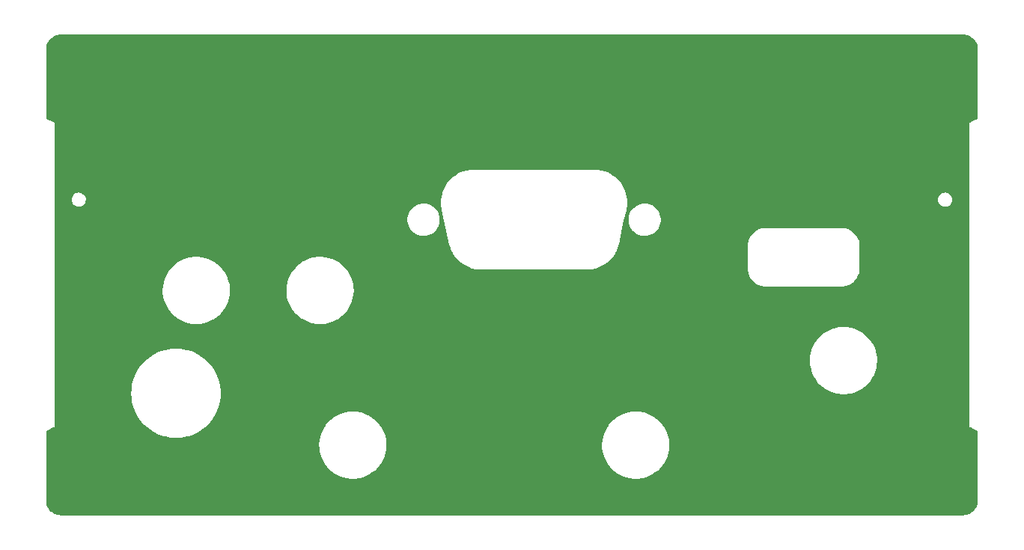
<source format=gtl>
G04 #@! TF.GenerationSoftware,KiCad,Pcbnew,(6.0.10)*
G04 #@! TF.CreationDate,2023-08-10T06:38:26+00:00*
G04 #@! TF.ProjectId,HL2IO_endcap,484c3249-4f5f-4656-9e64-6361702e6b69,2.1*
G04 #@! TF.SameCoordinates,Original*
G04 #@! TF.FileFunction,Copper,L1,Top*
G04 #@! TF.FilePolarity,Positive*
%FSLAX46Y46*%
G04 Gerber Fmt 4.6, Leading zero omitted, Abs format (unit mm)*
G04 Created by KiCad (PCBNEW (6.0.10)) date 2023-08-10 06:38:26*
%MOMM*%
%LPD*%
G01*
G04 APERTURE LIST*
G04 #@! TA.AperFunction,ComponentPad*
%ADD10C,4.900000*%
G04 #@! TD*
G04 APERTURE END LIST*
D10*
X151125000Y-101250000D03*
X54875000Y-101250000D03*
X54875000Y-53750000D03*
X151125000Y-53750000D03*
G04 #@! TA.AperFunction,Conductor*
G36*
X153982236Y-50302004D02*
G01*
X154000000Y-50305136D01*
X154008530Y-50303632D01*
X154013056Y-50303632D01*
X154030907Y-50302711D01*
X154152893Y-50311435D01*
X154234809Y-50317293D01*
X154248785Y-50319304D01*
X154471884Y-50367837D01*
X154485432Y-50371814D01*
X154568484Y-50402791D01*
X154699364Y-50451606D01*
X154712213Y-50457474D01*
X154912604Y-50566897D01*
X154924486Y-50574533D01*
X155107264Y-50711358D01*
X155117940Y-50720608D01*
X155279392Y-50882060D01*
X155288642Y-50892736D01*
X155425467Y-51075514D01*
X155433103Y-51087396D01*
X155542526Y-51287787D01*
X155548394Y-51300636D01*
X155628185Y-51514565D01*
X155632164Y-51528118D01*
X155680696Y-51751212D01*
X155682707Y-51765194D01*
X155697289Y-51969093D01*
X155696368Y-51986944D01*
X155696368Y-51991470D01*
X155694864Y-52000000D01*
X155696368Y-52008528D01*
X155697996Y-52017761D01*
X155699500Y-52034953D01*
X155699500Y-59753096D01*
X155680593Y-59811287D01*
X155644774Y-59841644D01*
X155221891Y-60053085D01*
X154870983Y-60228539D01*
X154870186Y-60228934D01*
X154817731Y-60254575D01*
X154811515Y-60261276D01*
X154811512Y-60261278D01*
X154803520Y-60269894D01*
X154790689Y-60281502D01*
X154774016Y-60294119D01*
X154769202Y-60301888D01*
X154769201Y-60301889D01*
X154764915Y-60308806D01*
X154753342Y-60323987D01*
X154741599Y-60336646D01*
X154733852Y-60356063D01*
X154726062Y-60371507D01*
X154715052Y-60389275D01*
X154713358Y-60398255D01*
X154713357Y-60398257D01*
X154711850Y-60406246D01*
X154706518Y-60424579D01*
X154700117Y-60440622D01*
X154699500Y-60446915D01*
X154699500Y-60462443D01*
X154697783Y-60480798D01*
X154697668Y-60481411D01*
X154694296Y-60499280D01*
X154695949Y-60508271D01*
X154697869Y-60518719D01*
X154699500Y-60536616D01*
X154699500Y-94494072D01*
X154699496Y-94494962D01*
X154698972Y-94553269D01*
X154702184Y-94561822D01*
X154702185Y-94561826D01*
X154706317Y-94572827D01*
X154710965Y-94589507D01*
X154714791Y-94610053D01*
X154719586Y-94617832D01*
X154719587Y-94617834D01*
X154723855Y-94624758D01*
X154732258Y-94641898D01*
X154735116Y-94649508D01*
X154735118Y-94649511D01*
X154738331Y-94658067D01*
X154752236Y-94673681D01*
X154762564Y-94687554D01*
X154773532Y-94705348D01*
X154780805Y-94710878D01*
X154780810Y-94710884D01*
X154787283Y-94715806D01*
X154801291Y-94728769D01*
X154808129Y-94736448D01*
X154808132Y-94736451D01*
X154812779Y-94741669D01*
X154818132Y-94745035D01*
X154832027Y-94751983D01*
X154847661Y-94761717D01*
X154862641Y-94773108D01*
X154871420Y-94775650D01*
X154871423Y-94775652D01*
X154881629Y-94778607D01*
X154898361Y-94785150D01*
X155326622Y-94999280D01*
X155644774Y-95158356D01*
X155688366Y-95201291D01*
X155699500Y-95246904D01*
X155699500Y-102965047D01*
X155697996Y-102982236D01*
X155694864Y-103000000D01*
X155696368Y-103008530D01*
X155696368Y-103013056D01*
X155697289Y-103030907D01*
X155682707Y-103234806D01*
X155680696Y-103248788D01*
X155632164Y-103471882D01*
X155628185Y-103485435D01*
X155548394Y-103699364D01*
X155542526Y-103712213D01*
X155433103Y-103912604D01*
X155425467Y-103924486D01*
X155288642Y-104107264D01*
X155279392Y-104117940D01*
X155117940Y-104279392D01*
X155107264Y-104288642D01*
X154924486Y-104425467D01*
X154912604Y-104433103D01*
X154712213Y-104542526D01*
X154699364Y-104548394D01*
X154568484Y-104597209D01*
X154485432Y-104628186D01*
X154471884Y-104632163D01*
X154248785Y-104680696D01*
X154234809Y-104682707D01*
X154152893Y-104688565D01*
X154030907Y-104697289D01*
X154013056Y-104696368D01*
X154008530Y-104696368D01*
X154000000Y-104694864D01*
X153982236Y-104697996D01*
X153965047Y-104699500D01*
X52034953Y-104699500D01*
X52017764Y-104697996D01*
X52000000Y-104694864D01*
X51991470Y-104696368D01*
X51986944Y-104696368D01*
X51969093Y-104697289D01*
X51847107Y-104688565D01*
X51765191Y-104682707D01*
X51751215Y-104680696D01*
X51528116Y-104632163D01*
X51514568Y-104628186D01*
X51431516Y-104597209D01*
X51300636Y-104548394D01*
X51287787Y-104542526D01*
X51087396Y-104433103D01*
X51075514Y-104425467D01*
X50892736Y-104288642D01*
X50882060Y-104279392D01*
X50720608Y-104117940D01*
X50711358Y-104107264D01*
X50574533Y-103924486D01*
X50566897Y-103912604D01*
X50457474Y-103712213D01*
X50451606Y-103699364D01*
X50371815Y-103485435D01*
X50367836Y-103471882D01*
X50319304Y-103248788D01*
X50317293Y-103234806D01*
X50302711Y-103030907D01*
X50303632Y-103013056D01*
X50303632Y-103008530D01*
X50305136Y-103000000D01*
X50302004Y-102982236D01*
X50300500Y-102965047D01*
X50300500Y-96665382D01*
X81195758Y-96665382D01*
X81195822Y-96667919D01*
X81195822Y-96667927D01*
X81200801Y-96864618D01*
X81205670Y-97056958D01*
X81255780Y-97445440D01*
X81345558Y-97826713D01*
X81474053Y-98196739D01*
X81639902Y-98551596D01*
X81641206Y-98553771D01*
X81641210Y-98553778D01*
X81840039Y-98885340D01*
X81840046Y-98885350D01*
X81841350Y-98887525D01*
X82076262Y-99200967D01*
X82342149Y-99488602D01*
X82636194Y-99747382D01*
X82955282Y-99974565D01*
X82957496Y-99975820D01*
X82957502Y-99975824D01*
X83138297Y-100078321D01*
X83296032Y-100167745D01*
X83298368Y-100168768D01*
X83298370Y-100168769D01*
X83652507Y-100323856D01*
X83652515Y-100323859D01*
X83654835Y-100324875D01*
X84027889Y-100444291D01*
X84030387Y-100444815D01*
X84030394Y-100444817D01*
X84248209Y-100490519D01*
X84411243Y-100524727D01*
X84413765Y-100524990D01*
X84413766Y-100524990D01*
X84798932Y-100565133D01*
X84798935Y-100565133D01*
X84800833Y-100565331D01*
X84804805Y-100565435D01*
X84806671Y-100565484D01*
X84806681Y-100565484D01*
X84807287Y-100565500D01*
X85097917Y-100565500D01*
X85391182Y-100550387D01*
X85559338Y-100524205D01*
X85775690Y-100490519D01*
X85775694Y-100490518D01*
X85778219Y-100490125D01*
X86157012Y-100390397D01*
X86328817Y-100325649D01*
X86521165Y-100253159D01*
X86521170Y-100253157D01*
X86523547Y-100252261D01*
X86698057Y-100165063D01*
X86871656Y-100078321D01*
X86871660Y-100078319D01*
X86873941Y-100077179D01*
X86950168Y-100028711D01*
X87202327Y-99868376D01*
X87202332Y-99868372D01*
X87204481Y-99867006D01*
X87355680Y-99747382D01*
X87509658Y-99625560D01*
X87509664Y-99625555D01*
X87511667Y-99623970D01*
X87513496Y-99622188D01*
X87513502Y-99622183D01*
X87652543Y-99486735D01*
X87792243Y-99350645D01*
X88043237Y-99049927D01*
X88261990Y-98725001D01*
X88446184Y-98379310D01*
X88593868Y-98016517D01*
X88703477Y-97640465D01*
X88773850Y-97255138D01*
X88804242Y-96864618D01*
X88799264Y-96667927D01*
X88799200Y-96665382D01*
X113195758Y-96665382D01*
X113195822Y-96667919D01*
X113195822Y-96667927D01*
X113200801Y-96864618D01*
X113205670Y-97056958D01*
X113255780Y-97445440D01*
X113345558Y-97826713D01*
X113474053Y-98196739D01*
X113639902Y-98551596D01*
X113641206Y-98553771D01*
X113641210Y-98553778D01*
X113840039Y-98885340D01*
X113840046Y-98885350D01*
X113841350Y-98887525D01*
X114076262Y-99200967D01*
X114342149Y-99488602D01*
X114636194Y-99747382D01*
X114955282Y-99974565D01*
X114957496Y-99975820D01*
X114957502Y-99975824D01*
X115138297Y-100078321D01*
X115296032Y-100167745D01*
X115298368Y-100168768D01*
X115298370Y-100168769D01*
X115652507Y-100323856D01*
X115652515Y-100323859D01*
X115654835Y-100324875D01*
X116027889Y-100444291D01*
X116030387Y-100444815D01*
X116030394Y-100444817D01*
X116248209Y-100490519D01*
X116411243Y-100524727D01*
X116413765Y-100524990D01*
X116413766Y-100524990D01*
X116798932Y-100565133D01*
X116798935Y-100565133D01*
X116800833Y-100565331D01*
X116804805Y-100565435D01*
X116806671Y-100565484D01*
X116806681Y-100565484D01*
X116807287Y-100565500D01*
X117097917Y-100565500D01*
X117391182Y-100550387D01*
X117559338Y-100524205D01*
X117775690Y-100490519D01*
X117775694Y-100490518D01*
X117778219Y-100490125D01*
X118157012Y-100390397D01*
X118328817Y-100325649D01*
X118521165Y-100253159D01*
X118521170Y-100253157D01*
X118523547Y-100252261D01*
X118698057Y-100165063D01*
X118871656Y-100078321D01*
X118871660Y-100078319D01*
X118873941Y-100077179D01*
X118950168Y-100028711D01*
X119202327Y-99868376D01*
X119202332Y-99868372D01*
X119204481Y-99867006D01*
X119355680Y-99747382D01*
X119509658Y-99625560D01*
X119509664Y-99625555D01*
X119511667Y-99623970D01*
X119513496Y-99622188D01*
X119513502Y-99622183D01*
X119652543Y-99486735D01*
X119792243Y-99350645D01*
X120043237Y-99049927D01*
X120261990Y-98725001D01*
X120446184Y-98379310D01*
X120593868Y-98016517D01*
X120703477Y-97640465D01*
X120773850Y-97255138D01*
X120804242Y-96864618D01*
X120799264Y-96667927D01*
X120794395Y-96475597D01*
X120794395Y-96475591D01*
X120794330Y-96473042D01*
X120744220Y-96084560D01*
X120654442Y-95703287D01*
X120525947Y-95333261D01*
X120360098Y-94978404D01*
X120358790Y-94976222D01*
X120159961Y-94644660D01*
X120159954Y-94644650D01*
X120158650Y-94642475D01*
X120024429Y-94463384D01*
X119925255Y-94331057D01*
X119925254Y-94331056D01*
X119923738Y-94329033D01*
X119657851Y-94041398D01*
X119363806Y-93782618D01*
X119044718Y-93555435D01*
X119042504Y-93554180D01*
X119042498Y-93554176D01*
X118706185Y-93363512D01*
X118703968Y-93362255D01*
X118701630Y-93361231D01*
X118347493Y-93206144D01*
X118347485Y-93206141D01*
X118345165Y-93205125D01*
X117972111Y-93085709D01*
X117969613Y-93085185D01*
X117969606Y-93085183D01*
X117706332Y-93029943D01*
X117588757Y-93005273D01*
X117586234Y-93005010D01*
X117201068Y-92964867D01*
X117201065Y-92964867D01*
X117199167Y-92964669D01*
X117195024Y-92964561D01*
X117193329Y-92964516D01*
X117193319Y-92964516D01*
X117192713Y-92964500D01*
X116902083Y-92964500D01*
X116608818Y-92979613D01*
X116446783Y-93004842D01*
X116224310Y-93039481D01*
X116224306Y-93039482D01*
X116221781Y-93039875D01*
X115842988Y-93139603D01*
X115840615Y-93140497D01*
X115840616Y-93140497D01*
X115478835Y-93276841D01*
X115478830Y-93276843D01*
X115476453Y-93277739D01*
X115474174Y-93278878D01*
X115128344Y-93451679D01*
X115128340Y-93451681D01*
X115126059Y-93452821D01*
X115123903Y-93454192D01*
X114797673Y-93661624D01*
X114797668Y-93661628D01*
X114795519Y-93662994D01*
X114793516Y-93664579D01*
X114490342Y-93904440D01*
X114490336Y-93904445D01*
X114488333Y-93906030D01*
X114486504Y-93907812D01*
X114486498Y-93907817D01*
X114369059Y-94022222D01*
X114207757Y-94179355D01*
X113956763Y-94480073D01*
X113955336Y-94482193D01*
X113955335Y-94482194D01*
X113913637Y-94544131D01*
X113738010Y-94804999D01*
X113553816Y-95150690D01*
X113406132Y-95513483D01*
X113405417Y-95515937D01*
X113299834Y-95878176D01*
X113296523Y-95889535D01*
X113226150Y-96274862D01*
X113195758Y-96665382D01*
X88799200Y-96665382D01*
X88794395Y-96475597D01*
X88794395Y-96475591D01*
X88794330Y-96473042D01*
X88744220Y-96084560D01*
X88654442Y-95703287D01*
X88525947Y-95333261D01*
X88360098Y-94978404D01*
X88358790Y-94976222D01*
X88159961Y-94644660D01*
X88159954Y-94644650D01*
X88158650Y-94642475D01*
X88024429Y-94463384D01*
X87925255Y-94331057D01*
X87925254Y-94331056D01*
X87923738Y-94329033D01*
X87657851Y-94041398D01*
X87363806Y-93782618D01*
X87044718Y-93555435D01*
X87042504Y-93554180D01*
X87042498Y-93554176D01*
X86706185Y-93363512D01*
X86703968Y-93362255D01*
X86701630Y-93361231D01*
X86347493Y-93206144D01*
X86347485Y-93206141D01*
X86345165Y-93205125D01*
X85972111Y-93085709D01*
X85969613Y-93085185D01*
X85969606Y-93085183D01*
X85706332Y-93029943D01*
X85588757Y-93005273D01*
X85586234Y-93005010D01*
X85201068Y-92964867D01*
X85201065Y-92964867D01*
X85199167Y-92964669D01*
X85195024Y-92964561D01*
X85193329Y-92964516D01*
X85193319Y-92964516D01*
X85192713Y-92964500D01*
X84902083Y-92964500D01*
X84608818Y-92979613D01*
X84446783Y-93004842D01*
X84224310Y-93039481D01*
X84224306Y-93039482D01*
X84221781Y-93039875D01*
X83842988Y-93139603D01*
X83840615Y-93140497D01*
X83840616Y-93140497D01*
X83478835Y-93276841D01*
X83478830Y-93276843D01*
X83476453Y-93277739D01*
X83474174Y-93278878D01*
X83128344Y-93451679D01*
X83128340Y-93451681D01*
X83126059Y-93452821D01*
X83123903Y-93454192D01*
X82797673Y-93661624D01*
X82797668Y-93661628D01*
X82795519Y-93662994D01*
X82793516Y-93664579D01*
X82490342Y-93904440D01*
X82490336Y-93904445D01*
X82488333Y-93906030D01*
X82486504Y-93907812D01*
X82486498Y-93907817D01*
X82369059Y-94022222D01*
X82207757Y-94179355D01*
X81956763Y-94480073D01*
X81955336Y-94482193D01*
X81955335Y-94482194D01*
X81913637Y-94544131D01*
X81738010Y-94804999D01*
X81553816Y-95150690D01*
X81406132Y-95513483D01*
X81405417Y-95515937D01*
X81299834Y-95878176D01*
X81296523Y-95889535D01*
X81226150Y-96274862D01*
X81195758Y-96665382D01*
X50300500Y-96665382D01*
X50300500Y-95246905D01*
X50319407Y-95188714D01*
X50355226Y-95158357D01*
X51129017Y-94771461D01*
X51129814Y-94771066D01*
X51148929Y-94761722D01*
X51182269Y-94745425D01*
X51188485Y-94738724D01*
X51188488Y-94738722D01*
X51196480Y-94730106D01*
X51209311Y-94718498D01*
X51225984Y-94705881D01*
X51235085Y-94691194D01*
X51246658Y-94676013D01*
X51252184Y-94670056D01*
X51258401Y-94663354D01*
X51266148Y-94643937D01*
X51273938Y-94628493D01*
X51284948Y-94610725D01*
X51286688Y-94601507D01*
X51288150Y-94593754D01*
X51293483Y-94575419D01*
X51297295Y-94565865D01*
X51297295Y-94565864D01*
X51299883Y-94559378D01*
X51300500Y-94553085D01*
X51300500Y-94537557D01*
X51302217Y-94519202D01*
X51304009Y-94509706D01*
X51304009Y-94509703D01*
X51305704Y-94500720D01*
X51302131Y-94481280D01*
X51300500Y-94463384D01*
X51300500Y-90900000D01*
X59944552Y-90900000D01*
X59963790Y-91340611D01*
X59964072Y-91342751D01*
X60021074Y-91775731D01*
X60021076Y-91775743D01*
X60021356Y-91777869D01*
X60116812Y-92208446D01*
X60249433Y-92629065D01*
X60418208Y-93036525D01*
X60621854Y-93427724D01*
X60623006Y-93429532D01*
X60623007Y-93429534D01*
X60847946Y-93782618D01*
X60858819Y-93799686D01*
X61127302Y-94149579D01*
X61425258Y-94474742D01*
X61750421Y-94772698D01*
X62100314Y-95041181D01*
X62102130Y-95042338D01*
X62102133Y-95042340D01*
X62331895Y-95188714D01*
X62472276Y-95278146D01*
X62474181Y-95279138D01*
X62474185Y-95279140D01*
X62582778Y-95335670D01*
X62863475Y-95481792D01*
X63270935Y-95650567D01*
X63691554Y-95783188D01*
X63693666Y-95783656D01*
X63693669Y-95783657D01*
X63782901Y-95803439D01*
X64122131Y-95878644D01*
X64124257Y-95878924D01*
X64124269Y-95878926D01*
X64412762Y-95916906D01*
X64559389Y-95936210D01*
X64886675Y-95950500D01*
X65113325Y-95950500D01*
X65440611Y-95936210D01*
X65587238Y-95916906D01*
X65875731Y-95878926D01*
X65875743Y-95878924D01*
X65877869Y-95878644D01*
X66217099Y-95803439D01*
X66306331Y-95783657D01*
X66306334Y-95783656D01*
X66308446Y-95783188D01*
X66729065Y-95650567D01*
X67136525Y-95481792D01*
X67417222Y-95335670D01*
X67525815Y-95279140D01*
X67525819Y-95279138D01*
X67527724Y-95278146D01*
X67668105Y-95188714D01*
X67897867Y-95042340D01*
X67897870Y-95042338D01*
X67899686Y-95041181D01*
X68249579Y-94772698D01*
X68574742Y-94474742D01*
X68872698Y-94149579D01*
X69141181Y-93799686D01*
X69152055Y-93782618D01*
X69376993Y-93429534D01*
X69376994Y-93429532D01*
X69378146Y-93427724D01*
X69581792Y-93036525D01*
X69750567Y-92629065D01*
X69883188Y-92208446D01*
X69978644Y-91777869D01*
X69978924Y-91775743D01*
X69978926Y-91775731D01*
X70035928Y-91342751D01*
X70036210Y-91340611D01*
X70055448Y-90900000D01*
X70036210Y-90459389D01*
X69999936Y-90183861D01*
X69978926Y-90024269D01*
X69978924Y-90024257D01*
X69978644Y-90022131D01*
X69883188Y-89591554D01*
X69750567Y-89170935D01*
X69581792Y-88763475D01*
X69378146Y-88372276D01*
X69306129Y-88259231D01*
X69142340Y-88002133D01*
X69142338Y-88002130D01*
X69141181Y-88000314D01*
X68872698Y-87650421D01*
X68574742Y-87325258D01*
X68329332Y-87100382D01*
X136695758Y-87100382D01*
X136695822Y-87102919D01*
X136695822Y-87102927D01*
X136705605Y-87489403D01*
X136705670Y-87491958D01*
X136705996Y-87494485D01*
X136725905Y-87648828D01*
X136755780Y-87880440D01*
X136845558Y-88261713D01*
X136974053Y-88631739D01*
X137139902Y-88986596D01*
X137141206Y-88988771D01*
X137141210Y-88988778D01*
X137340039Y-89320340D01*
X137340046Y-89320350D01*
X137341350Y-89322525D01*
X137576262Y-89635967D01*
X137842149Y-89923602D01*
X138136194Y-90182382D01*
X138455282Y-90409565D01*
X138457496Y-90410820D01*
X138457502Y-90410824D01*
X138638297Y-90513321D01*
X138796032Y-90602745D01*
X138798368Y-90603768D01*
X138798370Y-90603769D01*
X139152507Y-90758856D01*
X139152515Y-90758859D01*
X139154835Y-90759875D01*
X139527889Y-90879291D01*
X139530387Y-90879815D01*
X139530394Y-90879817D01*
X139748209Y-90925519D01*
X139911243Y-90959727D01*
X139913765Y-90959990D01*
X139913766Y-90959990D01*
X140298932Y-91000133D01*
X140298935Y-91000133D01*
X140300833Y-91000331D01*
X140304805Y-91000435D01*
X140306671Y-91000484D01*
X140306681Y-91000484D01*
X140307287Y-91000500D01*
X140597917Y-91000500D01*
X140891182Y-90985387D01*
X141059338Y-90959205D01*
X141275690Y-90925519D01*
X141275694Y-90925518D01*
X141278219Y-90925125D01*
X141657012Y-90825397D01*
X141828817Y-90760649D01*
X142021165Y-90688159D01*
X142021170Y-90688157D01*
X142023547Y-90687261D01*
X142198057Y-90600063D01*
X142371656Y-90513321D01*
X142371660Y-90513319D01*
X142373941Y-90512179D01*
X142460330Y-90457249D01*
X142702327Y-90303376D01*
X142702332Y-90303372D01*
X142704481Y-90302006D01*
X142855680Y-90182382D01*
X143009658Y-90060560D01*
X143009664Y-90060555D01*
X143011667Y-90058970D01*
X143013496Y-90057188D01*
X143013502Y-90057183D01*
X143152543Y-89921735D01*
X143292243Y-89785645D01*
X143543237Y-89484927D01*
X143761990Y-89160001D01*
X143946184Y-88814310D01*
X144093868Y-88451517D01*
X144203477Y-88075465D01*
X144273850Y-87690138D01*
X144304242Y-87299618D01*
X144299264Y-87102927D01*
X144294395Y-86910597D01*
X144294395Y-86910591D01*
X144294330Y-86908042D01*
X144244220Y-86519560D01*
X144154442Y-86138287D01*
X144025947Y-85768261D01*
X143860098Y-85413404D01*
X143858790Y-85411222D01*
X143659961Y-85079660D01*
X143659954Y-85079650D01*
X143658650Y-85077475D01*
X143423738Y-84764033D01*
X143157851Y-84476398D01*
X142863806Y-84217618D01*
X142544718Y-83990435D01*
X142542504Y-83989180D01*
X142542498Y-83989176D01*
X142206185Y-83798512D01*
X142203968Y-83797255D01*
X142201630Y-83796231D01*
X141847493Y-83641144D01*
X141847485Y-83641141D01*
X141845165Y-83640125D01*
X141472111Y-83520709D01*
X141469613Y-83520185D01*
X141469606Y-83520183D01*
X141206332Y-83464943D01*
X141088757Y-83440273D01*
X141086234Y-83440010D01*
X140701068Y-83399867D01*
X140701065Y-83399867D01*
X140699167Y-83399669D01*
X140695024Y-83399561D01*
X140693329Y-83399516D01*
X140693319Y-83399516D01*
X140692713Y-83399500D01*
X140402083Y-83399500D01*
X140108818Y-83414613D01*
X139946783Y-83439842D01*
X139724310Y-83474481D01*
X139724306Y-83474482D01*
X139721781Y-83474875D01*
X139342988Y-83574603D01*
X139340615Y-83575497D01*
X139340616Y-83575497D01*
X138978835Y-83711841D01*
X138978830Y-83711843D01*
X138976453Y-83712739D01*
X138974174Y-83713878D01*
X138628344Y-83886679D01*
X138628340Y-83886681D01*
X138626059Y-83887821D01*
X138623903Y-83889192D01*
X138297673Y-84096624D01*
X138297668Y-84096628D01*
X138295519Y-84097994D01*
X138293516Y-84099579D01*
X137990342Y-84339440D01*
X137990336Y-84339445D01*
X137988333Y-84341030D01*
X137986504Y-84342812D01*
X137986498Y-84342817D01*
X137869059Y-84457222D01*
X137707757Y-84614355D01*
X137456763Y-84915073D01*
X137238010Y-85239999D01*
X137053816Y-85585690D01*
X136906132Y-85948483D01*
X136866327Y-86085048D01*
X136798609Y-86317379D01*
X136796523Y-86324535D01*
X136726150Y-86709862D01*
X136695758Y-87100382D01*
X68329332Y-87100382D01*
X68249579Y-87027302D01*
X67899686Y-86758819D01*
X67527724Y-86521854D01*
X67523318Y-86519560D01*
X67388343Y-86449297D01*
X67136525Y-86318208D01*
X66729065Y-86149433D01*
X66308446Y-86016812D01*
X66306334Y-86016344D01*
X66306331Y-86016343D01*
X66217099Y-85996561D01*
X65877869Y-85921356D01*
X65875743Y-85921076D01*
X65875731Y-85921074D01*
X65587238Y-85883094D01*
X65440611Y-85863790D01*
X65113325Y-85849500D01*
X64886675Y-85849500D01*
X64559389Y-85863790D01*
X64412762Y-85883094D01*
X64124269Y-85921074D01*
X64124257Y-85921076D01*
X64122131Y-85921356D01*
X63782901Y-85996561D01*
X63693669Y-86016343D01*
X63693666Y-86016344D01*
X63691554Y-86016812D01*
X63270935Y-86149433D01*
X62863475Y-86318208D01*
X62611657Y-86449297D01*
X62476683Y-86519560D01*
X62472276Y-86521854D01*
X62100314Y-86758819D01*
X61750421Y-87027302D01*
X61425258Y-87325258D01*
X61127302Y-87650421D01*
X60858819Y-88000314D01*
X60857662Y-88002130D01*
X60857660Y-88002133D01*
X60693871Y-88259231D01*
X60621854Y-88372276D01*
X60418208Y-88763475D01*
X60249433Y-89170935D01*
X60116812Y-89591554D01*
X60021356Y-90022131D01*
X60021076Y-90024257D01*
X60021074Y-90024269D01*
X60000064Y-90183861D01*
X59963790Y-90459389D01*
X59944552Y-90900000D01*
X51300500Y-90900000D01*
X51300500Y-79165382D01*
X63495758Y-79165382D01*
X63495822Y-79167919D01*
X63495822Y-79167927D01*
X63500801Y-79364618D01*
X63505670Y-79556958D01*
X63555780Y-79945440D01*
X63645558Y-80326713D01*
X63774053Y-80696739D01*
X63939902Y-81051596D01*
X63941206Y-81053771D01*
X63941210Y-81053778D01*
X64140039Y-81385340D01*
X64140046Y-81385350D01*
X64141350Y-81387525D01*
X64376262Y-81700967D01*
X64642149Y-81988602D01*
X64936194Y-82247382D01*
X65255282Y-82474565D01*
X65257496Y-82475820D01*
X65257502Y-82475824D01*
X65438297Y-82578321D01*
X65596032Y-82667745D01*
X65598368Y-82668768D01*
X65598370Y-82668769D01*
X65952507Y-82823856D01*
X65952515Y-82823859D01*
X65954835Y-82824875D01*
X66327889Y-82944291D01*
X66330387Y-82944815D01*
X66330394Y-82944817D01*
X66548209Y-82990519D01*
X66711243Y-83024727D01*
X66713765Y-83024990D01*
X66713766Y-83024990D01*
X67098932Y-83065133D01*
X67098935Y-83065133D01*
X67100833Y-83065331D01*
X67104805Y-83065435D01*
X67106671Y-83065484D01*
X67106681Y-83065484D01*
X67107287Y-83065500D01*
X67397917Y-83065500D01*
X67691182Y-83050387D01*
X67859338Y-83024205D01*
X68075690Y-82990519D01*
X68075694Y-82990518D01*
X68078219Y-82990125D01*
X68457012Y-82890397D01*
X68628817Y-82825649D01*
X68821165Y-82753159D01*
X68821170Y-82753157D01*
X68823547Y-82752261D01*
X68998057Y-82665063D01*
X69171656Y-82578321D01*
X69171660Y-82578319D01*
X69173941Y-82577179D01*
X69250168Y-82528711D01*
X69502327Y-82368376D01*
X69502332Y-82368372D01*
X69504481Y-82367006D01*
X69655680Y-82247382D01*
X69809658Y-82125560D01*
X69809664Y-82125555D01*
X69811667Y-82123970D01*
X69813496Y-82122188D01*
X69813502Y-82122183D01*
X69952543Y-81986735D01*
X70092243Y-81850645D01*
X70343237Y-81549927D01*
X70561990Y-81225001D01*
X70746184Y-80879310D01*
X70893868Y-80516517D01*
X71003477Y-80140465D01*
X71073850Y-79755138D01*
X71104242Y-79364618D01*
X71099264Y-79167927D01*
X71099200Y-79165382D01*
X77495758Y-79165382D01*
X77495822Y-79167919D01*
X77495822Y-79167927D01*
X77500801Y-79364618D01*
X77505670Y-79556958D01*
X77555780Y-79945440D01*
X77645558Y-80326713D01*
X77774053Y-80696739D01*
X77939902Y-81051596D01*
X77941206Y-81053771D01*
X77941210Y-81053778D01*
X78140039Y-81385340D01*
X78140046Y-81385350D01*
X78141350Y-81387525D01*
X78376262Y-81700967D01*
X78642149Y-81988602D01*
X78936194Y-82247382D01*
X79255282Y-82474565D01*
X79257496Y-82475820D01*
X79257502Y-82475824D01*
X79438297Y-82578321D01*
X79596032Y-82667745D01*
X79598368Y-82668768D01*
X79598370Y-82668769D01*
X79952507Y-82823856D01*
X79952515Y-82823859D01*
X79954835Y-82824875D01*
X80327889Y-82944291D01*
X80330387Y-82944815D01*
X80330394Y-82944817D01*
X80548209Y-82990519D01*
X80711243Y-83024727D01*
X80713765Y-83024990D01*
X80713766Y-83024990D01*
X81098932Y-83065133D01*
X81098935Y-83065133D01*
X81100833Y-83065331D01*
X81104805Y-83065435D01*
X81106671Y-83065484D01*
X81106681Y-83065484D01*
X81107287Y-83065500D01*
X81397917Y-83065500D01*
X81691182Y-83050387D01*
X81859338Y-83024205D01*
X82075690Y-82990519D01*
X82075694Y-82990518D01*
X82078219Y-82990125D01*
X82457012Y-82890397D01*
X82628817Y-82825649D01*
X82821165Y-82753159D01*
X82821170Y-82753157D01*
X82823547Y-82752261D01*
X82998057Y-82665063D01*
X83171656Y-82578321D01*
X83171660Y-82578319D01*
X83173941Y-82577179D01*
X83250168Y-82528711D01*
X83502327Y-82368376D01*
X83502332Y-82368372D01*
X83504481Y-82367006D01*
X83655680Y-82247382D01*
X83809658Y-82125560D01*
X83809664Y-82125555D01*
X83811667Y-82123970D01*
X83813496Y-82122188D01*
X83813502Y-82122183D01*
X83952543Y-81986735D01*
X84092243Y-81850645D01*
X84343237Y-81549927D01*
X84561990Y-81225001D01*
X84746184Y-80879310D01*
X84893868Y-80516517D01*
X85003477Y-80140465D01*
X85073850Y-79755138D01*
X85104242Y-79364618D01*
X85099264Y-79167927D01*
X85094395Y-78975597D01*
X85094395Y-78975591D01*
X85094330Y-78973042D01*
X85087695Y-78921606D01*
X85044546Y-78587085D01*
X85044545Y-78587079D01*
X85044220Y-78584560D01*
X84954442Y-78203287D01*
X84825947Y-77833261D01*
X84660098Y-77478404D01*
X84658790Y-77476222D01*
X84459961Y-77144660D01*
X84459954Y-77144650D01*
X84458650Y-77142475D01*
X84273552Y-76895500D01*
X84225255Y-76831057D01*
X84225254Y-76831056D01*
X84223738Y-76829033D01*
X83957851Y-76541398D01*
X83710071Y-76323334D01*
X83665723Y-76284305D01*
X83665722Y-76284304D01*
X83663806Y-76282618D01*
X83344718Y-76055435D01*
X83342504Y-76054180D01*
X83342498Y-76054176D01*
X83006185Y-75863512D01*
X83003968Y-75862255D01*
X83001630Y-75861231D01*
X82647493Y-75706144D01*
X82647485Y-75706141D01*
X82645165Y-75705125D01*
X82272111Y-75585709D01*
X82269613Y-75585185D01*
X82269606Y-75585183D01*
X82006332Y-75529943D01*
X81888757Y-75505273D01*
X81886234Y-75505010D01*
X81501068Y-75464867D01*
X81501065Y-75464867D01*
X81499167Y-75464669D01*
X81495024Y-75464561D01*
X81493329Y-75464516D01*
X81493319Y-75464516D01*
X81492713Y-75464500D01*
X81202083Y-75464500D01*
X80908818Y-75479613D01*
X80746783Y-75504842D01*
X80524310Y-75539481D01*
X80524306Y-75539482D01*
X80521781Y-75539875D01*
X80142988Y-75639603D01*
X80140615Y-75640497D01*
X80140616Y-75640497D01*
X79778835Y-75776841D01*
X79778830Y-75776843D01*
X79776453Y-75777739D01*
X79774174Y-75778878D01*
X79428344Y-75951679D01*
X79428340Y-75951681D01*
X79426059Y-75952821D01*
X79423903Y-75954192D01*
X79097673Y-76161624D01*
X79097668Y-76161628D01*
X79095519Y-76162994D01*
X79093516Y-76164579D01*
X78790342Y-76404440D01*
X78790336Y-76404445D01*
X78788333Y-76406030D01*
X78786504Y-76407812D01*
X78786498Y-76407817D01*
X78693105Y-76498797D01*
X78507757Y-76679355D01*
X78256763Y-76980073D01*
X78038010Y-77304999D01*
X77853816Y-77650690D01*
X77706132Y-78013483D01*
X77695484Y-78050016D01*
X77646593Y-78217754D01*
X77596523Y-78389535D01*
X77526150Y-78774862D01*
X77525953Y-78777398D01*
X77525952Y-78777403D01*
X77524202Y-78799888D01*
X77495758Y-79165382D01*
X71099200Y-79165382D01*
X71094395Y-78975597D01*
X71094395Y-78975591D01*
X71094330Y-78973042D01*
X71087695Y-78921606D01*
X71044546Y-78587085D01*
X71044545Y-78587079D01*
X71044220Y-78584560D01*
X70954442Y-78203287D01*
X70825947Y-77833261D01*
X70660098Y-77478404D01*
X70658790Y-77476222D01*
X70459961Y-77144660D01*
X70459954Y-77144650D01*
X70458650Y-77142475D01*
X70273552Y-76895500D01*
X70225255Y-76831057D01*
X70225254Y-76831056D01*
X70223738Y-76829033D01*
X69957851Y-76541398D01*
X69710071Y-76323334D01*
X69665723Y-76284305D01*
X69665722Y-76284304D01*
X69663806Y-76282618D01*
X69344718Y-76055435D01*
X69342504Y-76054180D01*
X69342498Y-76054176D01*
X69006185Y-75863512D01*
X69003968Y-75862255D01*
X69001630Y-75861231D01*
X68647493Y-75706144D01*
X68647485Y-75706141D01*
X68645165Y-75705125D01*
X68272111Y-75585709D01*
X68269613Y-75585185D01*
X68269606Y-75585183D01*
X68006332Y-75529943D01*
X67888757Y-75505273D01*
X67886234Y-75505010D01*
X67501068Y-75464867D01*
X67501065Y-75464867D01*
X67499167Y-75464669D01*
X67495024Y-75464561D01*
X67493329Y-75464516D01*
X67493319Y-75464516D01*
X67492713Y-75464500D01*
X67202083Y-75464500D01*
X66908818Y-75479613D01*
X66746783Y-75504842D01*
X66524310Y-75539481D01*
X66524306Y-75539482D01*
X66521781Y-75539875D01*
X66142988Y-75639603D01*
X66140615Y-75640497D01*
X66140616Y-75640497D01*
X65778835Y-75776841D01*
X65778830Y-75776843D01*
X65776453Y-75777739D01*
X65774174Y-75778878D01*
X65428344Y-75951679D01*
X65428340Y-75951681D01*
X65426059Y-75952821D01*
X65423903Y-75954192D01*
X65097673Y-76161624D01*
X65097668Y-76161628D01*
X65095519Y-76162994D01*
X65093516Y-76164579D01*
X64790342Y-76404440D01*
X64790336Y-76404445D01*
X64788333Y-76406030D01*
X64786504Y-76407812D01*
X64786498Y-76407817D01*
X64693105Y-76498797D01*
X64507757Y-76679355D01*
X64256763Y-76980073D01*
X64038010Y-77304999D01*
X63853816Y-77650690D01*
X63706132Y-78013483D01*
X63695484Y-78050016D01*
X63646593Y-78217754D01*
X63596523Y-78389535D01*
X63526150Y-78774862D01*
X63525953Y-78777398D01*
X63525952Y-78777403D01*
X63524202Y-78799888D01*
X63495758Y-79165382D01*
X51300500Y-79165382D01*
X51300500Y-71376757D01*
X91172795Y-71376757D01*
X91209384Y-71645607D01*
X91285310Y-71906096D01*
X91286849Y-71909434D01*
X91397367Y-72149167D01*
X91397370Y-72149173D01*
X91398905Y-72152502D01*
X91509153Y-72320658D01*
X91520460Y-72337904D01*
X91547672Y-72379410D01*
X91550111Y-72382142D01*
X91550112Y-72382144D01*
X91619266Y-72459624D01*
X91728345Y-72581837D01*
X91936954Y-72755335D01*
X92168916Y-72896093D01*
X92419136Y-73001019D01*
X92422698Y-73001924D01*
X92422699Y-73001924D01*
X92678555Y-73066904D01*
X92678560Y-73066905D01*
X92682116Y-73067808D01*
X92907470Y-73090500D01*
X93068884Y-73090500D01*
X93159394Y-73083774D01*
X93266929Y-73075783D01*
X93266935Y-73075782D01*
X93270583Y-73075511D01*
X93535221Y-73015630D01*
X93538638Y-73014301D01*
X93538642Y-73014300D01*
X93784682Y-72918620D01*
X93788102Y-72917290D01*
X93828528Y-72894185D01*
X94008944Y-72791068D01*
X94023669Y-72782652D01*
X94236748Y-72614674D01*
X94239262Y-72612001D01*
X94239268Y-72611996D01*
X94356106Y-72487793D01*
X94422658Y-72417046D01*
X94577315Y-72194109D01*
X94697320Y-71950762D01*
X94780039Y-71692350D01*
X94780629Y-71688729D01*
X94823064Y-71428168D01*
X94823064Y-71428163D01*
X94823653Y-71424549D01*
X94827205Y-71153243D01*
X94790616Y-70884393D01*
X94714690Y-70623904D01*
X94688244Y-70566538D01*
X94602633Y-70380833D01*
X94602630Y-70380827D01*
X94601095Y-70377498D01*
X94452328Y-70150590D01*
X94406015Y-70098700D01*
X94274098Y-69950900D01*
X94274097Y-69950899D01*
X94271655Y-69948163D01*
X94181123Y-69872868D01*
X94065874Y-69777017D01*
X94063046Y-69774665D01*
X93831084Y-69633907D01*
X93580864Y-69528981D01*
X93577301Y-69528076D01*
X93321445Y-69463096D01*
X93321440Y-69463095D01*
X93317884Y-69462192D01*
X93092530Y-69439500D01*
X92931116Y-69439500D01*
X92840606Y-69446226D01*
X92733071Y-69454217D01*
X92733065Y-69454218D01*
X92729417Y-69454489D01*
X92464779Y-69514370D01*
X92461362Y-69515699D01*
X92461358Y-69515700D01*
X92215318Y-69611380D01*
X92211898Y-69612710D01*
X92208718Y-69614528D01*
X92208715Y-69614529D01*
X92149627Y-69648301D01*
X91976331Y-69747348D01*
X91763252Y-69915326D01*
X91760738Y-69917999D01*
X91760732Y-69918004D01*
X91729787Y-69950900D01*
X91577342Y-70112954D01*
X91422685Y-70335891D01*
X91302680Y-70579238D01*
X91219961Y-70837650D01*
X91219372Y-70841267D01*
X91219371Y-70841271D01*
X91212922Y-70880873D01*
X91176347Y-71105451D01*
X91172795Y-71376757D01*
X51300500Y-71376757D01*
X51300500Y-68994376D01*
X53194455Y-68994376D01*
X53213227Y-69172983D01*
X53271103Y-69342993D01*
X53274001Y-69347703D01*
X53274003Y-69347708D01*
X53344208Y-69461824D01*
X53365206Y-69495955D01*
X53490859Y-69624268D01*
X53641817Y-69721554D01*
X53810578Y-69782978D01*
X53949283Y-69800500D01*
X54045155Y-69800500D01*
X54047909Y-69800191D01*
X54047911Y-69800191D01*
X54075291Y-69797120D01*
X54178472Y-69785546D01*
X54286233Y-69748020D01*
X54342847Y-69728305D01*
X54342848Y-69728305D01*
X54348073Y-69726485D01*
X54456571Y-69658688D01*
X54495685Y-69634247D01*
X54495687Y-69634245D01*
X54500375Y-69631316D01*
X54601995Y-69530403D01*
X54623879Y-69508671D01*
X54623880Y-69508669D01*
X54627807Y-69504770D01*
X54630774Y-69500095D01*
X54704310Y-69384221D01*
X94961303Y-69384221D01*
X94961494Y-69386693D01*
X94961494Y-69386695D01*
X94987739Y-69726485D01*
X94989402Y-69748020D01*
X94989834Y-69750435D01*
X94989835Y-69750444D01*
X95025193Y-69948163D01*
X95053506Y-70106485D01*
X95053545Y-70107227D01*
X95056928Y-70115196D01*
X95077621Y-70163946D01*
X95083201Y-70181459D01*
X95929669Y-74048278D01*
X95931798Y-74063803D01*
X95933011Y-74085040D01*
X95934145Y-74087677D01*
X96030268Y-74422458D01*
X96031141Y-74424672D01*
X96031142Y-74424675D01*
X96075260Y-74536560D01*
X96159073Y-74749117D01*
X96160156Y-74751240D01*
X96317512Y-75059805D01*
X96318594Y-75061927D01*
X96319871Y-75063930D01*
X96319875Y-75063937D01*
X96487570Y-75326964D01*
X96507362Y-75358007D01*
X96508814Y-75359864D01*
X96508821Y-75359874D01*
X96654644Y-75546384D01*
X96723640Y-75634631D01*
X96965434Y-75889253D01*
X96967222Y-75890806D01*
X96967227Y-75890811D01*
X97149563Y-76049202D01*
X97230520Y-76119528D01*
X97285914Y-76159011D01*
X97478852Y-76296531D01*
X97516457Y-76323335D01*
X97518513Y-76324521D01*
X97518516Y-76324523D01*
X97818544Y-76497606D01*
X97818551Y-76497610D01*
X97820611Y-76498798D01*
X97822783Y-76499787D01*
X97822789Y-76499790D01*
X98138020Y-76643317D01*
X98138027Y-76643320D01*
X98140182Y-76644301D01*
X98472228Y-76758505D01*
X98474536Y-76759058D01*
X98474542Y-76759060D01*
X98555470Y-76778459D01*
X98813691Y-76840357D01*
X98816045Y-76840687D01*
X99159064Y-76888775D01*
X99159072Y-76888776D01*
X99161428Y-76889106D01*
X99292340Y-76894776D01*
X99500407Y-76903788D01*
X99500409Y-76903788D01*
X99509398Y-76904177D01*
X99512237Y-76904664D01*
X99520758Y-76903120D01*
X99520760Y-76903120D01*
X99554060Y-76897086D01*
X99571711Y-76895500D01*
X111428289Y-76895500D01*
X111445940Y-76897086D01*
X111479241Y-76903120D01*
X111479242Y-76903120D01*
X111487763Y-76904664D01*
X111490610Y-76904176D01*
X111497401Y-76903882D01*
X111613237Y-76898865D01*
X111838572Y-76889105D01*
X111840928Y-76888775D01*
X111840936Y-76888774D01*
X112183954Y-76840686D01*
X112186308Y-76840356D01*
X112331563Y-76805537D01*
X112510865Y-76762557D01*
X129682301Y-76762557D01*
X129682677Y-76764687D01*
X129683216Y-76772912D01*
X129697396Y-76989322D01*
X129700112Y-77030778D01*
X129700744Y-77033954D01*
X129737288Y-77217689D01*
X129752547Y-77294410D01*
X129838946Y-77548942D01*
X129840375Y-77551840D01*
X129840378Y-77551847D01*
X129953677Y-77781600D01*
X129957829Y-77790019D01*
X129959622Y-77792702D01*
X129959624Y-77792706D01*
X130051481Y-77930181D01*
X130107163Y-78013516D01*
X130284392Y-78215608D01*
X130486484Y-78392837D01*
X130489179Y-78394637D01*
X130489178Y-78394637D01*
X130707294Y-78540376D01*
X130707298Y-78540378D01*
X130709981Y-78542171D01*
X130712873Y-78543597D01*
X130712878Y-78543600D01*
X130948153Y-78659622D01*
X130948160Y-78659625D01*
X130951058Y-78661054D01*
X131205590Y-78747453D01*
X131208771Y-78748086D01*
X131208776Y-78748087D01*
X131330762Y-78772349D01*
X131469222Y-78799888D01*
X131472449Y-78800099D01*
X131472453Y-78800100D01*
X131650582Y-78811771D01*
X131735313Y-78817323D01*
X131737443Y-78817699D01*
X131755204Y-78814567D01*
X131772396Y-78813063D01*
X140227604Y-78813063D01*
X140244796Y-78814567D01*
X140262557Y-78817699D01*
X140264687Y-78817323D01*
X140329703Y-78813063D01*
X140527547Y-78800100D01*
X140527551Y-78800099D01*
X140530778Y-78799888D01*
X140669238Y-78772349D01*
X140791224Y-78748087D01*
X140791229Y-78748086D01*
X140794410Y-78747453D01*
X141048942Y-78661054D01*
X141051840Y-78659625D01*
X141051847Y-78659622D01*
X141287122Y-78543600D01*
X141287127Y-78543597D01*
X141290019Y-78542171D01*
X141292702Y-78540378D01*
X141292706Y-78540376D01*
X141510822Y-78394637D01*
X141510821Y-78394637D01*
X141513516Y-78392837D01*
X141715608Y-78215608D01*
X141892837Y-78013516D01*
X141948519Y-77930181D01*
X142040376Y-77792706D01*
X142040378Y-77792702D01*
X142042171Y-77790019D01*
X142046323Y-77781600D01*
X142159622Y-77551847D01*
X142159625Y-77551840D01*
X142161054Y-77548942D01*
X142247453Y-77294410D01*
X142262713Y-77217689D01*
X142299256Y-77033954D01*
X142299888Y-77030778D01*
X142302605Y-76989322D01*
X142316659Y-76774819D01*
X142317323Y-76764687D01*
X142317699Y-76762557D01*
X142314567Y-76744796D01*
X142313063Y-76727604D01*
X142313063Y-74272396D01*
X142314567Y-74255203D01*
X142314819Y-74253773D01*
X142317699Y-74237443D01*
X142317323Y-74235313D01*
X142313384Y-74175189D01*
X142300100Y-73972453D01*
X142300099Y-73972449D01*
X142299888Y-73969222D01*
X142264144Y-73789509D01*
X142248087Y-73708776D01*
X142248086Y-73708771D01*
X142247453Y-73705590D01*
X142161054Y-73451058D01*
X142159625Y-73448160D01*
X142159622Y-73448153D01*
X142043600Y-73212878D01*
X142043597Y-73212873D01*
X142042171Y-73209981D01*
X141962338Y-73090500D01*
X141894637Y-72989178D01*
X141892837Y-72986484D01*
X141715608Y-72784392D01*
X141513516Y-72607163D01*
X141479127Y-72584185D01*
X141292706Y-72459624D01*
X141292702Y-72459622D01*
X141290019Y-72457829D01*
X141287127Y-72456403D01*
X141287122Y-72456400D01*
X141051847Y-72340378D01*
X141051840Y-72340375D01*
X141048942Y-72338946D01*
X140794410Y-72252547D01*
X140791229Y-72251914D01*
X140791224Y-72251913D01*
X140660340Y-72225881D01*
X140530778Y-72200112D01*
X140527551Y-72199901D01*
X140527547Y-72199900D01*
X140349418Y-72188229D01*
X140264687Y-72182677D01*
X140262557Y-72182301D01*
X140244797Y-72185433D01*
X140227604Y-72186937D01*
X131772396Y-72186937D01*
X131755203Y-72185433D01*
X131737443Y-72182301D01*
X131735313Y-72182677D01*
X131675189Y-72186616D01*
X131472453Y-72199900D01*
X131472449Y-72199901D01*
X131469222Y-72200112D01*
X131339660Y-72225881D01*
X131208776Y-72251913D01*
X131208771Y-72251914D01*
X131205590Y-72252547D01*
X130951058Y-72338946D01*
X130948160Y-72340375D01*
X130948153Y-72340378D01*
X130712878Y-72456400D01*
X130712873Y-72456403D01*
X130709981Y-72457829D01*
X130707298Y-72459622D01*
X130707294Y-72459624D01*
X130520873Y-72584185D01*
X130486484Y-72607163D01*
X130284392Y-72784392D01*
X130107163Y-72986484D01*
X130105363Y-72989178D01*
X130037663Y-73090500D01*
X129957829Y-73209981D01*
X129956403Y-73212873D01*
X129956400Y-73212878D01*
X129840378Y-73448153D01*
X129840375Y-73448160D01*
X129838946Y-73451058D01*
X129752547Y-73705590D01*
X129751914Y-73708771D01*
X129751913Y-73708776D01*
X129735856Y-73789509D01*
X129700112Y-73969222D01*
X129699901Y-73972449D01*
X129699900Y-73972453D01*
X129692350Y-74087684D01*
X129682677Y-74235313D01*
X129682301Y-74237443D01*
X129685181Y-74253773D01*
X129685433Y-74255203D01*
X129686937Y-74272396D01*
X129686937Y-76727604D01*
X129685433Y-76744796D01*
X129682301Y-76762557D01*
X112510865Y-76762557D01*
X112525458Y-76759059D01*
X112525464Y-76759057D01*
X112527772Y-76758504D01*
X112859817Y-76644300D01*
X112861976Y-76643317D01*
X112861979Y-76643316D01*
X113177210Y-76499789D01*
X113177216Y-76499786D01*
X113179388Y-76498797D01*
X113181453Y-76497606D01*
X113181455Y-76497605D01*
X113481484Y-76324522D01*
X113481487Y-76324520D01*
X113483543Y-76323334D01*
X113521887Y-76296004D01*
X113710418Y-76161624D01*
X113769479Y-76119527D01*
X113959808Y-75954192D01*
X114032772Y-75890810D01*
X114032777Y-75890805D01*
X114034565Y-75889252D01*
X114036195Y-75887536D01*
X114036205Y-75887526D01*
X114274727Y-75636351D01*
X114274731Y-75636347D01*
X114276360Y-75634631D01*
X114277815Y-75632769D01*
X114277821Y-75632763D01*
X114491177Y-75359874D01*
X114491182Y-75359868D01*
X114492637Y-75358006D01*
X114666503Y-75085300D01*
X114680124Y-75063936D01*
X114680128Y-75063929D01*
X114681405Y-75061926D01*
X114840926Y-74749116D01*
X114841798Y-74746905D01*
X114841801Y-74746898D01*
X114968857Y-74424674D01*
X114968858Y-74424671D01*
X114969731Y-74422457D01*
X115012817Y-74272396D01*
X115063370Y-74096329D01*
X115063370Y-74096328D01*
X115065852Y-74087684D01*
X115066989Y-74085040D01*
X115068203Y-74063797D01*
X115070332Y-74048276D01*
X115478804Y-72182301D01*
X115655142Y-71376757D01*
X116172795Y-71376757D01*
X116209384Y-71645607D01*
X116285310Y-71906096D01*
X116286849Y-71909434D01*
X116397367Y-72149167D01*
X116397370Y-72149173D01*
X116398905Y-72152502D01*
X116509153Y-72320658D01*
X116520460Y-72337904D01*
X116547672Y-72379410D01*
X116550111Y-72382142D01*
X116550112Y-72382144D01*
X116619266Y-72459624D01*
X116728345Y-72581837D01*
X116936954Y-72755335D01*
X117168916Y-72896093D01*
X117419136Y-73001019D01*
X117422698Y-73001924D01*
X117422699Y-73001924D01*
X117678555Y-73066904D01*
X117678560Y-73066905D01*
X117682116Y-73067808D01*
X117907470Y-73090500D01*
X118068884Y-73090500D01*
X118159394Y-73083774D01*
X118266929Y-73075783D01*
X118266935Y-73075782D01*
X118270583Y-73075511D01*
X118535221Y-73015630D01*
X118538638Y-73014301D01*
X118538642Y-73014300D01*
X118784682Y-72918620D01*
X118788102Y-72917290D01*
X118828528Y-72894185D01*
X119008944Y-72791068D01*
X119023669Y-72782652D01*
X119236748Y-72614674D01*
X119239262Y-72612001D01*
X119239268Y-72611996D01*
X119356106Y-72487793D01*
X119422658Y-72417046D01*
X119577315Y-72194109D01*
X119697320Y-71950762D01*
X119780039Y-71692350D01*
X119780629Y-71688729D01*
X119823064Y-71428168D01*
X119823064Y-71428163D01*
X119823653Y-71424549D01*
X119827205Y-71153243D01*
X119790616Y-70884393D01*
X119714690Y-70623904D01*
X119688244Y-70566538D01*
X119602633Y-70380833D01*
X119602630Y-70380827D01*
X119601095Y-70377498D01*
X119452328Y-70150590D01*
X119406015Y-70098700D01*
X119274098Y-69950900D01*
X119274097Y-69950899D01*
X119271655Y-69948163D01*
X119181123Y-69872868D01*
X119065874Y-69777017D01*
X119063046Y-69774665D01*
X118831084Y-69633907D01*
X118580864Y-69528981D01*
X118577301Y-69528076D01*
X118321445Y-69463096D01*
X118321440Y-69463095D01*
X118317884Y-69462192D01*
X118092530Y-69439500D01*
X117931116Y-69439500D01*
X117840606Y-69446226D01*
X117733071Y-69454217D01*
X117733065Y-69454218D01*
X117729417Y-69454489D01*
X117464779Y-69514370D01*
X117461362Y-69515699D01*
X117461358Y-69515700D01*
X117215318Y-69611380D01*
X117211898Y-69612710D01*
X117208718Y-69614528D01*
X117208715Y-69614529D01*
X117149627Y-69648301D01*
X116976331Y-69747348D01*
X116763252Y-69915326D01*
X116760738Y-69917999D01*
X116760732Y-69918004D01*
X116729787Y-69950900D01*
X116577342Y-70112954D01*
X116422685Y-70335891D01*
X116302680Y-70579238D01*
X116219961Y-70837650D01*
X116219372Y-70841267D01*
X116219371Y-70841271D01*
X116212922Y-70880873D01*
X116176347Y-71105451D01*
X116172795Y-71376757D01*
X115655142Y-71376757D01*
X115916799Y-70181456D01*
X115922376Y-70163954D01*
X115946455Y-70107227D01*
X115946494Y-70106485D01*
X115974807Y-69948163D01*
X116010165Y-69750444D01*
X116010166Y-69750435D01*
X116010598Y-69748020D01*
X116012262Y-69726485D01*
X116038506Y-69386695D01*
X116038506Y-69386693D01*
X116038697Y-69384221D01*
X116030383Y-69019432D01*
X116027294Y-68994376D01*
X151194455Y-68994376D01*
X151213227Y-69172983D01*
X151271103Y-69342993D01*
X151274001Y-69347703D01*
X151274003Y-69347708D01*
X151344208Y-69461824D01*
X151365206Y-69495955D01*
X151490859Y-69624268D01*
X151641817Y-69721554D01*
X151810578Y-69782978D01*
X151949283Y-69800500D01*
X152045155Y-69800500D01*
X152047909Y-69800191D01*
X152047911Y-69800191D01*
X152075291Y-69797120D01*
X152178472Y-69785546D01*
X152286233Y-69748020D01*
X152342847Y-69728305D01*
X152342848Y-69728305D01*
X152348073Y-69726485D01*
X152456571Y-69658688D01*
X152495685Y-69634247D01*
X152495687Y-69634245D01*
X152500375Y-69631316D01*
X152601995Y-69530403D01*
X152623879Y-69508671D01*
X152623880Y-69508669D01*
X152627807Y-69504770D01*
X152630774Y-69500095D01*
X152721071Y-69357810D01*
X152721072Y-69357809D01*
X152724037Y-69353136D01*
X152784281Y-69183951D01*
X152803605Y-69021900D01*
X152804890Y-69011120D01*
X152804890Y-69011117D01*
X152805545Y-69005624D01*
X152786773Y-68827017D01*
X152740415Y-68690840D01*
X152730682Y-68662249D01*
X152730680Y-68662245D01*
X152728897Y-68657007D01*
X152725999Y-68652297D01*
X152725997Y-68652292D01*
X152637691Y-68508754D01*
X152634794Y-68504045D01*
X152509141Y-68375732D01*
X152358183Y-68278446D01*
X152189422Y-68217022D01*
X152050717Y-68199500D01*
X151954845Y-68199500D01*
X151952091Y-68199809D01*
X151952089Y-68199809D01*
X151924709Y-68202880D01*
X151821528Y-68214454D01*
X151651927Y-68273515D01*
X151647234Y-68276447D01*
X151647235Y-68276447D01*
X151504315Y-68365753D01*
X151504313Y-68365755D01*
X151499625Y-68368684D01*
X151372193Y-68495230D01*
X151369227Y-68499904D01*
X151369226Y-68499905D01*
X151369106Y-68500095D01*
X151275963Y-68646864D01*
X151274107Y-68652075D01*
X151274107Y-68652076D01*
X151272351Y-68657007D01*
X151215719Y-68816049D01*
X151194455Y-68994376D01*
X116027294Y-68994376D01*
X115985740Y-68657290D01*
X115905211Y-68301403D01*
X115898544Y-68281443D01*
X115790385Y-67957672D01*
X115790383Y-67957667D01*
X115789599Y-67955320D01*
X115640058Y-67622488D01*
X115458076Y-67306224D01*
X115245467Y-67009682D01*
X115004351Y-66735815D01*
X114737131Y-66487353D01*
X114605776Y-66387669D01*
X114448449Y-66268275D01*
X114448441Y-66268270D01*
X114446469Y-66266773D01*
X114135262Y-66076273D01*
X113806612Y-65917751D01*
X113463794Y-65792787D01*
X113279879Y-65745889D01*
X113112619Y-65703237D01*
X113112610Y-65703235D01*
X113110225Y-65702627D01*
X112749429Y-65648169D01*
X112701553Y-65645776D01*
X112396779Y-65630544D01*
X112396777Y-65630544D01*
X112385728Y-65629992D01*
X112385000Y-65629864D01*
X112367236Y-65632996D01*
X112350047Y-65634500D01*
X98649953Y-65634500D01*
X98632764Y-65632996D01*
X98615000Y-65629864D01*
X98614272Y-65629992D01*
X98606368Y-65630387D01*
X98554165Y-65632996D01*
X98250571Y-65648169D01*
X97889775Y-65702627D01*
X97887390Y-65703235D01*
X97887381Y-65703237D01*
X97720121Y-65745889D01*
X97536206Y-65792787D01*
X97193388Y-65917751D01*
X96864738Y-66076273D01*
X96553531Y-66266773D01*
X96551559Y-66268270D01*
X96551551Y-66268275D01*
X96394224Y-66387669D01*
X96262869Y-66487353D01*
X95995649Y-66735815D01*
X95754533Y-67009682D01*
X95541924Y-67306224D01*
X95359942Y-67622488D01*
X95210401Y-67955320D01*
X95209617Y-67957667D01*
X95209615Y-67957672D01*
X95101457Y-68281443D01*
X95094789Y-68301403D01*
X95014260Y-68657290D01*
X94969617Y-69019432D01*
X94961303Y-69384221D01*
X54704310Y-69384221D01*
X54721071Y-69357810D01*
X54721072Y-69357809D01*
X54724037Y-69353136D01*
X54784281Y-69183951D01*
X54803605Y-69021900D01*
X54804890Y-69011120D01*
X54804890Y-69011117D01*
X54805545Y-69005624D01*
X54786773Y-68827017D01*
X54740415Y-68690840D01*
X54730682Y-68662249D01*
X54730680Y-68662245D01*
X54728897Y-68657007D01*
X54725999Y-68652297D01*
X54725997Y-68652292D01*
X54637691Y-68508754D01*
X54634794Y-68504045D01*
X54509141Y-68375732D01*
X54358183Y-68278446D01*
X54189422Y-68217022D01*
X54050717Y-68199500D01*
X53954845Y-68199500D01*
X53952091Y-68199809D01*
X53952089Y-68199809D01*
X53924709Y-68202880D01*
X53821528Y-68214454D01*
X53651927Y-68273515D01*
X53647234Y-68276447D01*
X53647235Y-68276447D01*
X53504315Y-68365753D01*
X53504313Y-68365755D01*
X53499625Y-68368684D01*
X53372193Y-68495230D01*
X53369227Y-68499904D01*
X53369226Y-68499905D01*
X53369106Y-68500095D01*
X53275963Y-68646864D01*
X53274107Y-68652075D01*
X53274107Y-68652076D01*
X53272351Y-68657007D01*
X53215719Y-68816049D01*
X53194455Y-68994376D01*
X51300500Y-68994376D01*
X51300500Y-60505928D01*
X51300504Y-60505038D01*
X51300946Y-60455869D01*
X51300946Y-60455868D01*
X51301028Y-60446731D01*
X51297816Y-60438178D01*
X51297815Y-60438174D01*
X51293683Y-60427173D01*
X51289035Y-60410492D01*
X51286882Y-60398930D01*
X51286882Y-60398929D01*
X51285209Y-60389947D01*
X51280413Y-60382166D01*
X51276145Y-60375242D01*
X51267742Y-60358102D01*
X51264884Y-60350492D01*
X51264882Y-60350489D01*
X51261669Y-60341933D01*
X51247764Y-60326319D01*
X51237436Y-60312446D01*
X51226468Y-60294652D01*
X51219195Y-60289122D01*
X51219190Y-60289116D01*
X51212717Y-60284194D01*
X51198709Y-60271231D01*
X51191871Y-60263552D01*
X51191868Y-60263549D01*
X51187221Y-60258331D01*
X51181868Y-60254965D01*
X51167973Y-60248017D01*
X51152339Y-60238283D01*
X51137359Y-60226892D01*
X51128580Y-60224350D01*
X51128577Y-60224348D01*
X51118371Y-60221393D01*
X51101639Y-60214850D01*
X50355226Y-59841644D01*
X50311634Y-59798709D01*
X50300500Y-59753096D01*
X50300500Y-52034953D01*
X50302004Y-52017761D01*
X50303632Y-52008528D01*
X50305136Y-52000000D01*
X50303632Y-51991470D01*
X50303632Y-51986944D01*
X50302711Y-51969093D01*
X50317293Y-51765194D01*
X50319304Y-51751212D01*
X50367836Y-51528118D01*
X50371815Y-51514565D01*
X50451606Y-51300636D01*
X50457474Y-51287787D01*
X50566897Y-51087396D01*
X50574533Y-51075514D01*
X50711358Y-50892736D01*
X50720608Y-50882060D01*
X50882060Y-50720608D01*
X50892736Y-50711358D01*
X51075514Y-50574533D01*
X51087396Y-50566897D01*
X51287787Y-50457474D01*
X51300636Y-50451606D01*
X51431516Y-50402791D01*
X51514568Y-50371814D01*
X51528116Y-50367837D01*
X51751215Y-50319304D01*
X51765191Y-50317293D01*
X51847107Y-50311435D01*
X51969093Y-50302711D01*
X51986944Y-50303632D01*
X51991470Y-50303632D01*
X52000000Y-50305136D01*
X52017764Y-50302004D01*
X52034953Y-50300500D01*
X153965047Y-50300500D01*
X153982236Y-50302004D01*
G37*
G04 #@! TD.AperFunction*
M02*

</source>
